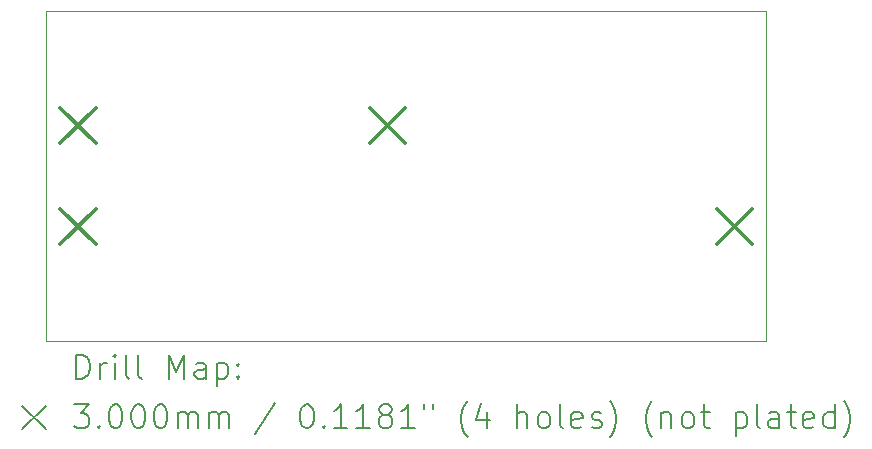
<source format=gbr>
%TF.GenerationSoftware,KiCad,Pcbnew,7.0.11*%
%TF.CreationDate,2024-08-14T14:51:31+09:00*%
%TF.ProjectId,mac_psu_atx_adapter,6d61635f-7073-4755-9f61-74785f616461,rev?*%
%TF.SameCoordinates,Original*%
%TF.FileFunction,Drillmap*%
%TF.FilePolarity,Positive*%
%FSLAX45Y45*%
G04 Gerber Fmt 4.5, Leading zero omitted, Abs format (unit mm)*
G04 Created by KiCad (PCBNEW 7.0.11) date 2024-08-14 14:51:31*
%MOMM*%
%LPD*%
G01*
G04 APERTURE LIST*
%ADD10C,0.100000*%
%ADD11C,0.200000*%
%ADD12C,0.300000*%
G04 APERTURE END LIST*
D10*
X11176000Y-8382000D02*
X17272000Y-8382000D01*
X17272000Y-11176000D01*
X11176000Y-11176000D01*
X11176000Y-8382000D01*
D11*
D12*
X11294000Y-9202000D02*
X11594000Y-9502000D01*
X11594000Y-9202000D02*
X11294000Y-9502000D01*
X11294000Y-10056000D02*
X11594000Y-10356000D01*
X11594000Y-10056000D02*
X11294000Y-10356000D01*
X13914000Y-9202000D02*
X14214000Y-9502000D01*
X14214000Y-9202000D02*
X13914000Y-9502000D01*
X16854000Y-10056000D02*
X17154000Y-10356000D01*
X17154000Y-10056000D02*
X16854000Y-10356000D01*
D11*
X11431777Y-11492484D02*
X11431777Y-11292484D01*
X11431777Y-11292484D02*
X11479396Y-11292484D01*
X11479396Y-11292484D02*
X11507967Y-11302008D01*
X11507967Y-11302008D02*
X11527015Y-11321055D01*
X11527015Y-11321055D02*
X11536539Y-11340103D01*
X11536539Y-11340103D02*
X11546062Y-11378198D01*
X11546062Y-11378198D02*
X11546062Y-11406769D01*
X11546062Y-11406769D02*
X11536539Y-11444865D01*
X11536539Y-11444865D02*
X11527015Y-11463912D01*
X11527015Y-11463912D02*
X11507967Y-11482960D01*
X11507967Y-11482960D02*
X11479396Y-11492484D01*
X11479396Y-11492484D02*
X11431777Y-11492484D01*
X11631777Y-11492484D02*
X11631777Y-11359150D01*
X11631777Y-11397246D02*
X11641301Y-11378198D01*
X11641301Y-11378198D02*
X11650824Y-11368674D01*
X11650824Y-11368674D02*
X11669872Y-11359150D01*
X11669872Y-11359150D02*
X11688920Y-11359150D01*
X11755586Y-11492484D02*
X11755586Y-11359150D01*
X11755586Y-11292484D02*
X11746062Y-11302008D01*
X11746062Y-11302008D02*
X11755586Y-11311531D01*
X11755586Y-11311531D02*
X11765110Y-11302008D01*
X11765110Y-11302008D02*
X11755586Y-11292484D01*
X11755586Y-11292484D02*
X11755586Y-11311531D01*
X11879396Y-11492484D02*
X11860348Y-11482960D01*
X11860348Y-11482960D02*
X11850824Y-11463912D01*
X11850824Y-11463912D02*
X11850824Y-11292484D01*
X11984158Y-11492484D02*
X11965110Y-11482960D01*
X11965110Y-11482960D02*
X11955586Y-11463912D01*
X11955586Y-11463912D02*
X11955586Y-11292484D01*
X12212729Y-11492484D02*
X12212729Y-11292484D01*
X12212729Y-11292484D02*
X12279396Y-11435341D01*
X12279396Y-11435341D02*
X12346062Y-11292484D01*
X12346062Y-11292484D02*
X12346062Y-11492484D01*
X12527015Y-11492484D02*
X12527015Y-11387722D01*
X12527015Y-11387722D02*
X12517491Y-11368674D01*
X12517491Y-11368674D02*
X12498443Y-11359150D01*
X12498443Y-11359150D02*
X12460348Y-11359150D01*
X12460348Y-11359150D02*
X12441301Y-11368674D01*
X12527015Y-11482960D02*
X12507967Y-11492484D01*
X12507967Y-11492484D02*
X12460348Y-11492484D01*
X12460348Y-11492484D02*
X12441301Y-11482960D01*
X12441301Y-11482960D02*
X12431777Y-11463912D01*
X12431777Y-11463912D02*
X12431777Y-11444865D01*
X12431777Y-11444865D02*
X12441301Y-11425817D01*
X12441301Y-11425817D02*
X12460348Y-11416293D01*
X12460348Y-11416293D02*
X12507967Y-11416293D01*
X12507967Y-11416293D02*
X12527015Y-11406769D01*
X12622253Y-11359150D02*
X12622253Y-11559150D01*
X12622253Y-11368674D02*
X12641301Y-11359150D01*
X12641301Y-11359150D02*
X12679396Y-11359150D01*
X12679396Y-11359150D02*
X12698443Y-11368674D01*
X12698443Y-11368674D02*
X12707967Y-11378198D01*
X12707967Y-11378198D02*
X12717491Y-11397246D01*
X12717491Y-11397246D02*
X12717491Y-11454388D01*
X12717491Y-11454388D02*
X12707967Y-11473436D01*
X12707967Y-11473436D02*
X12698443Y-11482960D01*
X12698443Y-11482960D02*
X12679396Y-11492484D01*
X12679396Y-11492484D02*
X12641301Y-11492484D01*
X12641301Y-11492484D02*
X12622253Y-11482960D01*
X12803205Y-11473436D02*
X12812729Y-11482960D01*
X12812729Y-11482960D02*
X12803205Y-11492484D01*
X12803205Y-11492484D02*
X12793682Y-11482960D01*
X12793682Y-11482960D02*
X12803205Y-11473436D01*
X12803205Y-11473436D02*
X12803205Y-11492484D01*
X12803205Y-11368674D02*
X12812729Y-11378198D01*
X12812729Y-11378198D02*
X12803205Y-11387722D01*
X12803205Y-11387722D02*
X12793682Y-11378198D01*
X12793682Y-11378198D02*
X12803205Y-11368674D01*
X12803205Y-11368674D02*
X12803205Y-11387722D01*
X10971000Y-11721000D02*
X11171000Y-11921000D01*
X11171000Y-11721000D02*
X10971000Y-11921000D01*
X11412729Y-11712484D02*
X11536539Y-11712484D01*
X11536539Y-11712484D02*
X11469872Y-11788674D01*
X11469872Y-11788674D02*
X11498443Y-11788674D01*
X11498443Y-11788674D02*
X11517491Y-11798198D01*
X11517491Y-11798198D02*
X11527015Y-11807722D01*
X11527015Y-11807722D02*
X11536539Y-11826769D01*
X11536539Y-11826769D02*
X11536539Y-11874388D01*
X11536539Y-11874388D02*
X11527015Y-11893436D01*
X11527015Y-11893436D02*
X11517491Y-11902960D01*
X11517491Y-11902960D02*
X11498443Y-11912484D01*
X11498443Y-11912484D02*
X11441301Y-11912484D01*
X11441301Y-11912484D02*
X11422253Y-11902960D01*
X11422253Y-11902960D02*
X11412729Y-11893436D01*
X11622253Y-11893436D02*
X11631777Y-11902960D01*
X11631777Y-11902960D02*
X11622253Y-11912484D01*
X11622253Y-11912484D02*
X11612729Y-11902960D01*
X11612729Y-11902960D02*
X11622253Y-11893436D01*
X11622253Y-11893436D02*
X11622253Y-11912484D01*
X11755586Y-11712484D02*
X11774634Y-11712484D01*
X11774634Y-11712484D02*
X11793682Y-11722008D01*
X11793682Y-11722008D02*
X11803205Y-11731531D01*
X11803205Y-11731531D02*
X11812729Y-11750579D01*
X11812729Y-11750579D02*
X11822253Y-11788674D01*
X11822253Y-11788674D02*
X11822253Y-11836293D01*
X11822253Y-11836293D02*
X11812729Y-11874388D01*
X11812729Y-11874388D02*
X11803205Y-11893436D01*
X11803205Y-11893436D02*
X11793682Y-11902960D01*
X11793682Y-11902960D02*
X11774634Y-11912484D01*
X11774634Y-11912484D02*
X11755586Y-11912484D01*
X11755586Y-11912484D02*
X11736539Y-11902960D01*
X11736539Y-11902960D02*
X11727015Y-11893436D01*
X11727015Y-11893436D02*
X11717491Y-11874388D01*
X11717491Y-11874388D02*
X11707967Y-11836293D01*
X11707967Y-11836293D02*
X11707967Y-11788674D01*
X11707967Y-11788674D02*
X11717491Y-11750579D01*
X11717491Y-11750579D02*
X11727015Y-11731531D01*
X11727015Y-11731531D02*
X11736539Y-11722008D01*
X11736539Y-11722008D02*
X11755586Y-11712484D01*
X11946062Y-11712484D02*
X11965110Y-11712484D01*
X11965110Y-11712484D02*
X11984158Y-11722008D01*
X11984158Y-11722008D02*
X11993682Y-11731531D01*
X11993682Y-11731531D02*
X12003205Y-11750579D01*
X12003205Y-11750579D02*
X12012729Y-11788674D01*
X12012729Y-11788674D02*
X12012729Y-11836293D01*
X12012729Y-11836293D02*
X12003205Y-11874388D01*
X12003205Y-11874388D02*
X11993682Y-11893436D01*
X11993682Y-11893436D02*
X11984158Y-11902960D01*
X11984158Y-11902960D02*
X11965110Y-11912484D01*
X11965110Y-11912484D02*
X11946062Y-11912484D01*
X11946062Y-11912484D02*
X11927015Y-11902960D01*
X11927015Y-11902960D02*
X11917491Y-11893436D01*
X11917491Y-11893436D02*
X11907967Y-11874388D01*
X11907967Y-11874388D02*
X11898443Y-11836293D01*
X11898443Y-11836293D02*
X11898443Y-11788674D01*
X11898443Y-11788674D02*
X11907967Y-11750579D01*
X11907967Y-11750579D02*
X11917491Y-11731531D01*
X11917491Y-11731531D02*
X11927015Y-11722008D01*
X11927015Y-11722008D02*
X11946062Y-11712484D01*
X12136539Y-11712484D02*
X12155586Y-11712484D01*
X12155586Y-11712484D02*
X12174634Y-11722008D01*
X12174634Y-11722008D02*
X12184158Y-11731531D01*
X12184158Y-11731531D02*
X12193682Y-11750579D01*
X12193682Y-11750579D02*
X12203205Y-11788674D01*
X12203205Y-11788674D02*
X12203205Y-11836293D01*
X12203205Y-11836293D02*
X12193682Y-11874388D01*
X12193682Y-11874388D02*
X12184158Y-11893436D01*
X12184158Y-11893436D02*
X12174634Y-11902960D01*
X12174634Y-11902960D02*
X12155586Y-11912484D01*
X12155586Y-11912484D02*
X12136539Y-11912484D01*
X12136539Y-11912484D02*
X12117491Y-11902960D01*
X12117491Y-11902960D02*
X12107967Y-11893436D01*
X12107967Y-11893436D02*
X12098443Y-11874388D01*
X12098443Y-11874388D02*
X12088920Y-11836293D01*
X12088920Y-11836293D02*
X12088920Y-11788674D01*
X12088920Y-11788674D02*
X12098443Y-11750579D01*
X12098443Y-11750579D02*
X12107967Y-11731531D01*
X12107967Y-11731531D02*
X12117491Y-11722008D01*
X12117491Y-11722008D02*
X12136539Y-11712484D01*
X12288920Y-11912484D02*
X12288920Y-11779150D01*
X12288920Y-11798198D02*
X12298443Y-11788674D01*
X12298443Y-11788674D02*
X12317491Y-11779150D01*
X12317491Y-11779150D02*
X12346063Y-11779150D01*
X12346063Y-11779150D02*
X12365110Y-11788674D01*
X12365110Y-11788674D02*
X12374634Y-11807722D01*
X12374634Y-11807722D02*
X12374634Y-11912484D01*
X12374634Y-11807722D02*
X12384158Y-11788674D01*
X12384158Y-11788674D02*
X12403205Y-11779150D01*
X12403205Y-11779150D02*
X12431777Y-11779150D01*
X12431777Y-11779150D02*
X12450824Y-11788674D01*
X12450824Y-11788674D02*
X12460348Y-11807722D01*
X12460348Y-11807722D02*
X12460348Y-11912484D01*
X12555586Y-11912484D02*
X12555586Y-11779150D01*
X12555586Y-11798198D02*
X12565110Y-11788674D01*
X12565110Y-11788674D02*
X12584158Y-11779150D01*
X12584158Y-11779150D02*
X12612729Y-11779150D01*
X12612729Y-11779150D02*
X12631777Y-11788674D01*
X12631777Y-11788674D02*
X12641301Y-11807722D01*
X12641301Y-11807722D02*
X12641301Y-11912484D01*
X12641301Y-11807722D02*
X12650824Y-11788674D01*
X12650824Y-11788674D02*
X12669872Y-11779150D01*
X12669872Y-11779150D02*
X12698443Y-11779150D01*
X12698443Y-11779150D02*
X12717491Y-11788674D01*
X12717491Y-11788674D02*
X12727015Y-11807722D01*
X12727015Y-11807722D02*
X12727015Y-11912484D01*
X13117491Y-11702960D02*
X12946063Y-11960103D01*
X13374634Y-11712484D02*
X13393682Y-11712484D01*
X13393682Y-11712484D02*
X13412729Y-11722008D01*
X13412729Y-11722008D02*
X13422253Y-11731531D01*
X13422253Y-11731531D02*
X13431777Y-11750579D01*
X13431777Y-11750579D02*
X13441301Y-11788674D01*
X13441301Y-11788674D02*
X13441301Y-11836293D01*
X13441301Y-11836293D02*
X13431777Y-11874388D01*
X13431777Y-11874388D02*
X13422253Y-11893436D01*
X13422253Y-11893436D02*
X13412729Y-11902960D01*
X13412729Y-11902960D02*
X13393682Y-11912484D01*
X13393682Y-11912484D02*
X13374634Y-11912484D01*
X13374634Y-11912484D02*
X13355586Y-11902960D01*
X13355586Y-11902960D02*
X13346063Y-11893436D01*
X13346063Y-11893436D02*
X13336539Y-11874388D01*
X13336539Y-11874388D02*
X13327015Y-11836293D01*
X13327015Y-11836293D02*
X13327015Y-11788674D01*
X13327015Y-11788674D02*
X13336539Y-11750579D01*
X13336539Y-11750579D02*
X13346063Y-11731531D01*
X13346063Y-11731531D02*
X13355586Y-11722008D01*
X13355586Y-11722008D02*
X13374634Y-11712484D01*
X13527015Y-11893436D02*
X13536539Y-11902960D01*
X13536539Y-11902960D02*
X13527015Y-11912484D01*
X13527015Y-11912484D02*
X13517491Y-11902960D01*
X13517491Y-11902960D02*
X13527015Y-11893436D01*
X13527015Y-11893436D02*
X13527015Y-11912484D01*
X13727015Y-11912484D02*
X13612729Y-11912484D01*
X13669872Y-11912484D02*
X13669872Y-11712484D01*
X13669872Y-11712484D02*
X13650825Y-11741055D01*
X13650825Y-11741055D02*
X13631777Y-11760103D01*
X13631777Y-11760103D02*
X13612729Y-11769627D01*
X13917491Y-11912484D02*
X13803206Y-11912484D01*
X13860348Y-11912484D02*
X13860348Y-11712484D01*
X13860348Y-11712484D02*
X13841301Y-11741055D01*
X13841301Y-11741055D02*
X13822253Y-11760103D01*
X13822253Y-11760103D02*
X13803206Y-11769627D01*
X14031777Y-11798198D02*
X14012729Y-11788674D01*
X14012729Y-11788674D02*
X14003206Y-11779150D01*
X14003206Y-11779150D02*
X13993682Y-11760103D01*
X13993682Y-11760103D02*
X13993682Y-11750579D01*
X13993682Y-11750579D02*
X14003206Y-11731531D01*
X14003206Y-11731531D02*
X14012729Y-11722008D01*
X14012729Y-11722008D02*
X14031777Y-11712484D01*
X14031777Y-11712484D02*
X14069872Y-11712484D01*
X14069872Y-11712484D02*
X14088920Y-11722008D01*
X14088920Y-11722008D02*
X14098444Y-11731531D01*
X14098444Y-11731531D02*
X14107967Y-11750579D01*
X14107967Y-11750579D02*
X14107967Y-11760103D01*
X14107967Y-11760103D02*
X14098444Y-11779150D01*
X14098444Y-11779150D02*
X14088920Y-11788674D01*
X14088920Y-11788674D02*
X14069872Y-11798198D01*
X14069872Y-11798198D02*
X14031777Y-11798198D01*
X14031777Y-11798198D02*
X14012729Y-11807722D01*
X14012729Y-11807722D02*
X14003206Y-11817246D01*
X14003206Y-11817246D02*
X13993682Y-11836293D01*
X13993682Y-11836293D02*
X13993682Y-11874388D01*
X13993682Y-11874388D02*
X14003206Y-11893436D01*
X14003206Y-11893436D02*
X14012729Y-11902960D01*
X14012729Y-11902960D02*
X14031777Y-11912484D01*
X14031777Y-11912484D02*
X14069872Y-11912484D01*
X14069872Y-11912484D02*
X14088920Y-11902960D01*
X14088920Y-11902960D02*
X14098444Y-11893436D01*
X14098444Y-11893436D02*
X14107967Y-11874388D01*
X14107967Y-11874388D02*
X14107967Y-11836293D01*
X14107967Y-11836293D02*
X14098444Y-11817246D01*
X14098444Y-11817246D02*
X14088920Y-11807722D01*
X14088920Y-11807722D02*
X14069872Y-11798198D01*
X14298444Y-11912484D02*
X14184158Y-11912484D01*
X14241301Y-11912484D02*
X14241301Y-11712484D01*
X14241301Y-11712484D02*
X14222253Y-11741055D01*
X14222253Y-11741055D02*
X14203206Y-11760103D01*
X14203206Y-11760103D02*
X14184158Y-11769627D01*
X14374634Y-11712484D02*
X14374634Y-11750579D01*
X14450825Y-11712484D02*
X14450825Y-11750579D01*
X14746063Y-11988674D02*
X14736539Y-11979150D01*
X14736539Y-11979150D02*
X14717491Y-11950579D01*
X14717491Y-11950579D02*
X14707968Y-11931531D01*
X14707968Y-11931531D02*
X14698444Y-11902960D01*
X14698444Y-11902960D02*
X14688920Y-11855341D01*
X14688920Y-11855341D02*
X14688920Y-11817246D01*
X14688920Y-11817246D02*
X14698444Y-11769627D01*
X14698444Y-11769627D02*
X14707968Y-11741055D01*
X14707968Y-11741055D02*
X14717491Y-11722008D01*
X14717491Y-11722008D02*
X14736539Y-11693436D01*
X14736539Y-11693436D02*
X14746063Y-11683912D01*
X14907968Y-11779150D02*
X14907968Y-11912484D01*
X14860348Y-11702960D02*
X14812729Y-11845817D01*
X14812729Y-11845817D02*
X14936539Y-11845817D01*
X15165110Y-11912484D02*
X15165110Y-11712484D01*
X15250825Y-11912484D02*
X15250825Y-11807722D01*
X15250825Y-11807722D02*
X15241301Y-11788674D01*
X15241301Y-11788674D02*
X15222253Y-11779150D01*
X15222253Y-11779150D02*
X15193682Y-11779150D01*
X15193682Y-11779150D02*
X15174634Y-11788674D01*
X15174634Y-11788674D02*
X15165110Y-11798198D01*
X15374634Y-11912484D02*
X15355587Y-11902960D01*
X15355587Y-11902960D02*
X15346063Y-11893436D01*
X15346063Y-11893436D02*
X15336539Y-11874388D01*
X15336539Y-11874388D02*
X15336539Y-11817246D01*
X15336539Y-11817246D02*
X15346063Y-11798198D01*
X15346063Y-11798198D02*
X15355587Y-11788674D01*
X15355587Y-11788674D02*
X15374634Y-11779150D01*
X15374634Y-11779150D02*
X15403206Y-11779150D01*
X15403206Y-11779150D02*
X15422253Y-11788674D01*
X15422253Y-11788674D02*
X15431777Y-11798198D01*
X15431777Y-11798198D02*
X15441301Y-11817246D01*
X15441301Y-11817246D02*
X15441301Y-11874388D01*
X15441301Y-11874388D02*
X15431777Y-11893436D01*
X15431777Y-11893436D02*
X15422253Y-11902960D01*
X15422253Y-11902960D02*
X15403206Y-11912484D01*
X15403206Y-11912484D02*
X15374634Y-11912484D01*
X15555587Y-11912484D02*
X15536539Y-11902960D01*
X15536539Y-11902960D02*
X15527015Y-11883912D01*
X15527015Y-11883912D02*
X15527015Y-11712484D01*
X15707968Y-11902960D02*
X15688920Y-11912484D01*
X15688920Y-11912484D02*
X15650825Y-11912484D01*
X15650825Y-11912484D02*
X15631777Y-11902960D01*
X15631777Y-11902960D02*
X15622253Y-11883912D01*
X15622253Y-11883912D02*
X15622253Y-11807722D01*
X15622253Y-11807722D02*
X15631777Y-11788674D01*
X15631777Y-11788674D02*
X15650825Y-11779150D01*
X15650825Y-11779150D02*
X15688920Y-11779150D01*
X15688920Y-11779150D02*
X15707968Y-11788674D01*
X15707968Y-11788674D02*
X15717491Y-11807722D01*
X15717491Y-11807722D02*
X15717491Y-11826769D01*
X15717491Y-11826769D02*
X15622253Y-11845817D01*
X15793682Y-11902960D02*
X15812730Y-11912484D01*
X15812730Y-11912484D02*
X15850825Y-11912484D01*
X15850825Y-11912484D02*
X15869872Y-11902960D01*
X15869872Y-11902960D02*
X15879396Y-11883912D01*
X15879396Y-11883912D02*
X15879396Y-11874388D01*
X15879396Y-11874388D02*
X15869872Y-11855341D01*
X15869872Y-11855341D02*
X15850825Y-11845817D01*
X15850825Y-11845817D02*
X15822253Y-11845817D01*
X15822253Y-11845817D02*
X15803206Y-11836293D01*
X15803206Y-11836293D02*
X15793682Y-11817246D01*
X15793682Y-11817246D02*
X15793682Y-11807722D01*
X15793682Y-11807722D02*
X15803206Y-11788674D01*
X15803206Y-11788674D02*
X15822253Y-11779150D01*
X15822253Y-11779150D02*
X15850825Y-11779150D01*
X15850825Y-11779150D02*
X15869872Y-11788674D01*
X15946063Y-11988674D02*
X15955587Y-11979150D01*
X15955587Y-11979150D02*
X15974634Y-11950579D01*
X15974634Y-11950579D02*
X15984158Y-11931531D01*
X15984158Y-11931531D02*
X15993682Y-11902960D01*
X15993682Y-11902960D02*
X16003206Y-11855341D01*
X16003206Y-11855341D02*
X16003206Y-11817246D01*
X16003206Y-11817246D02*
X15993682Y-11769627D01*
X15993682Y-11769627D02*
X15984158Y-11741055D01*
X15984158Y-11741055D02*
X15974634Y-11722008D01*
X15974634Y-11722008D02*
X15955587Y-11693436D01*
X15955587Y-11693436D02*
X15946063Y-11683912D01*
X16307968Y-11988674D02*
X16298444Y-11979150D01*
X16298444Y-11979150D02*
X16279396Y-11950579D01*
X16279396Y-11950579D02*
X16269872Y-11931531D01*
X16269872Y-11931531D02*
X16260349Y-11902960D01*
X16260349Y-11902960D02*
X16250825Y-11855341D01*
X16250825Y-11855341D02*
X16250825Y-11817246D01*
X16250825Y-11817246D02*
X16260349Y-11769627D01*
X16260349Y-11769627D02*
X16269872Y-11741055D01*
X16269872Y-11741055D02*
X16279396Y-11722008D01*
X16279396Y-11722008D02*
X16298444Y-11693436D01*
X16298444Y-11693436D02*
X16307968Y-11683912D01*
X16384158Y-11779150D02*
X16384158Y-11912484D01*
X16384158Y-11798198D02*
X16393682Y-11788674D01*
X16393682Y-11788674D02*
X16412730Y-11779150D01*
X16412730Y-11779150D02*
X16441301Y-11779150D01*
X16441301Y-11779150D02*
X16460349Y-11788674D01*
X16460349Y-11788674D02*
X16469872Y-11807722D01*
X16469872Y-11807722D02*
X16469872Y-11912484D01*
X16593682Y-11912484D02*
X16574634Y-11902960D01*
X16574634Y-11902960D02*
X16565111Y-11893436D01*
X16565111Y-11893436D02*
X16555587Y-11874388D01*
X16555587Y-11874388D02*
X16555587Y-11817246D01*
X16555587Y-11817246D02*
X16565111Y-11798198D01*
X16565111Y-11798198D02*
X16574634Y-11788674D01*
X16574634Y-11788674D02*
X16593682Y-11779150D01*
X16593682Y-11779150D02*
X16622253Y-11779150D01*
X16622253Y-11779150D02*
X16641301Y-11788674D01*
X16641301Y-11788674D02*
X16650825Y-11798198D01*
X16650825Y-11798198D02*
X16660349Y-11817246D01*
X16660349Y-11817246D02*
X16660349Y-11874388D01*
X16660349Y-11874388D02*
X16650825Y-11893436D01*
X16650825Y-11893436D02*
X16641301Y-11902960D01*
X16641301Y-11902960D02*
X16622253Y-11912484D01*
X16622253Y-11912484D02*
X16593682Y-11912484D01*
X16717492Y-11779150D02*
X16793682Y-11779150D01*
X16746063Y-11712484D02*
X16746063Y-11883912D01*
X16746063Y-11883912D02*
X16755587Y-11902960D01*
X16755587Y-11902960D02*
X16774634Y-11912484D01*
X16774634Y-11912484D02*
X16793682Y-11912484D01*
X17012730Y-11779150D02*
X17012730Y-11979150D01*
X17012730Y-11788674D02*
X17031777Y-11779150D01*
X17031777Y-11779150D02*
X17069873Y-11779150D01*
X17069873Y-11779150D02*
X17088920Y-11788674D01*
X17088920Y-11788674D02*
X17098444Y-11798198D01*
X17098444Y-11798198D02*
X17107968Y-11817246D01*
X17107968Y-11817246D02*
X17107968Y-11874388D01*
X17107968Y-11874388D02*
X17098444Y-11893436D01*
X17098444Y-11893436D02*
X17088920Y-11902960D01*
X17088920Y-11902960D02*
X17069873Y-11912484D01*
X17069873Y-11912484D02*
X17031777Y-11912484D01*
X17031777Y-11912484D02*
X17012730Y-11902960D01*
X17222254Y-11912484D02*
X17203206Y-11902960D01*
X17203206Y-11902960D02*
X17193682Y-11883912D01*
X17193682Y-11883912D02*
X17193682Y-11712484D01*
X17384158Y-11912484D02*
X17384158Y-11807722D01*
X17384158Y-11807722D02*
X17374635Y-11788674D01*
X17374635Y-11788674D02*
X17355587Y-11779150D01*
X17355587Y-11779150D02*
X17317492Y-11779150D01*
X17317492Y-11779150D02*
X17298444Y-11788674D01*
X17384158Y-11902960D02*
X17365111Y-11912484D01*
X17365111Y-11912484D02*
X17317492Y-11912484D01*
X17317492Y-11912484D02*
X17298444Y-11902960D01*
X17298444Y-11902960D02*
X17288920Y-11883912D01*
X17288920Y-11883912D02*
X17288920Y-11864865D01*
X17288920Y-11864865D02*
X17298444Y-11845817D01*
X17298444Y-11845817D02*
X17317492Y-11836293D01*
X17317492Y-11836293D02*
X17365111Y-11836293D01*
X17365111Y-11836293D02*
X17384158Y-11826769D01*
X17450825Y-11779150D02*
X17527015Y-11779150D01*
X17479396Y-11712484D02*
X17479396Y-11883912D01*
X17479396Y-11883912D02*
X17488920Y-11902960D01*
X17488920Y-11902960D02*
X17507968Y-11912484D01*
X17507968Y-11912484D02*
X17527015Y-11912484D01*
X17669873Y-11902960D02*
X17650825Y-11912484D01*
X17650825Y-11912484D02*
X17612730Y-11912484D01*
X17612730Y-11912484D02*
X17593682Y-11902960D01*
X17593682Y-11902960D02*
X17584158Y-11883912D01*
X17584158Y-11883912D02*
X17584158Y-11807722D01*
X17584158Y-11807722D02*
X17593682Y-11788674D01*
X17593682Y-11788674D02*
X17612730Y-11779150D01*
X17612730Y-11779150D02*
X17650825Y-11779150D01*
X17650825Y-11779150D02*
X17669873Y-11788674D01*
X17669873Y-11788674D02*
X17679396Y-11807722D01*
X17679396Y-11807722D02*
X17679396Y-11826769D01*
X17679396Y-11826769D02*
X17584158Y-11845817D01*
X17850825Y-11912484D02*
X17850825Y-11712484D01*
X17850825Y-11902960D02*
X17831777Y-11912484D01*
X17831777Y-11912484D02*
X17793682Y-11912484D01*
X17793682Y-11912484D02*
X17774635Y-11902960D01*
X17774635Y-11902960D02*
X17765111Y-11893436D01*
X17765111Y-11893436D02*
X17755587Y-11874388D01*
X17755587Y-11874388D02*
X17755587Y-11817246D01*
X17755587Y-11817246D02*
X17765111Y-11798198D01*
X17765111Y-11798198D02*
X17774635Y-11788674D01*
X17774635Y-11788674D02*
X17793682Y-11779150D01*
X17793682Y-11779150D02*
X17831777Y-11779150D01*
X17831777Y-11779150D02*
X17850825Y-11788674D01*
X17927016Y-11988674D02*
X17936539Y-11979150D01*
X17936539Y-11979150D02*
X17955587Y-11950579D01*
X17955587Y-11950579D02*
X17965111Y-11931531D01*
X17965111Y-11931531D02*
X17974635Y-11902960D01*
X17974635Y-11902960D02*
X17984158Y-11855341D01*
X17984158Y-11855341D02*
X17984158Y-11817246D01*
X17984158Y-11817246D02*
X17974635Y-11769627D01*
X17974635Y-11769627D02*
X17965111Y-11741055D01*
X17965111Y-11741055D02*
X17955587Y-11722008D01*
X17955587Y-11722008D02*
X17936539Y-11693436D01*
X17936539Y-11693436D02*
X17927016Y-11683912D01*
M02*

</source>
